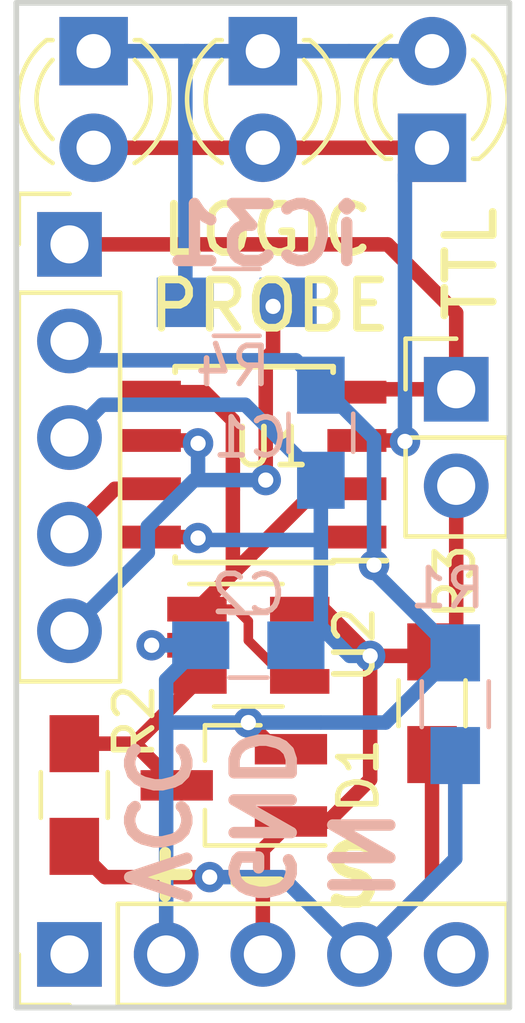
<source format=kicad_pcb>
(kicad_pcb (version 20171130) (host pcbnew "(5.0.2)-1")

  (general
    (thickness 1.6)
    (drawings 17)
    (tracks 112)
    (zones 0)
    (modules 15)
    (nets 11)
  )

  (page A4)
  (layers
    (0 F.Cu signal)
    (31 B.Cu signal)
    (32 B.Adhes user)
    (33 F.Adhes user)
    (34 B.Paste user)
    (35 F.Paste user)
    (36 B.SilkS user)
    (37 F.SilkS user)
    (38 B.Mask user)
    (39 F.Mask user)
    (40 Dwgs.User user)
    (41 Cmts.User user hide)
    (42 Eco1.User user)
    (43 Eco2.User user)
    (44 Edge.Cuts user)
    (45 Margin user)
    (46 B.CrtYd user)
    (47 F.CrtYd user hide)
    (48 B.Fab user hide)
    (49 F.Fab user hide)
  )

  (setup
    (last_trace_width 0.381)
    (user_trace_width 0.254)
    (user_trace_width 0.381)
    (user_trace_width 0.508)
    (user_trace_width 0.635)
    (user_trace_width 1.016)
    (user_trace_width 1.27)
    (trace_clearance 0.2)
    (zone_clearance 0.508)
    (zone_45_only no)
    (trace_min 0.2)
    (segment_width 0.2)
    (edge_width 0.15)
    (via_size 0.8)
    (via_drill 0.4)
    (via_min_size 0.4)
    (via_min_drill 0.3)
    (uvia_size 0.3)
    (uvia_drill 0.1)
    (uvias_allowed no)
    (uvia_min_size 0.2)
    (uvia_min_drill 0.1)
    (pcb_text_width 0.3)
    (pcb_text_size 1.5 1.5)
    (mod_edge_width 0.15)
    (mod_text_size 1 1)
    (mod_text_width 0.15)
    (pad_size 1.524 1.524)
    (pad_drill 0.762)
    (pad_to_mask_clearance 0.051)
    (solder_mask_min_width 0.25)
    (aux_axis_origin 0 0)
    (visible_elements 7FFFFFFF)
    (pcbplotparams
      (layerselection 0x010f0_ffffffff)
      (usegerberextensions true)
      (usegerberattributes false)
      (usegerberadvancedattributes false)
      (creategerberjobfile false)
      (excludeedgelayer true)
      (linewidth 0.100000)
      (plotframeref false)
      (viasonmask false)
      (mode 1)
      (useauxorigin false)
      (hpglpennumber 1)
      (hpglpenspeed 20)
      (hpglpendiameter 15.000000)
      (psnegative false)
      (psa4output false)
      (plotreference true)
      (plotvalue true)
      (plotinvisibletext false)
      (padsonsilk false)
      (subtractmaskfromsilk false)
      (outputformat 1)
      (mirror false)
      (drillshape 0)
      (scaleselection 1)
      (outputdirectory ""))
  )

  (net 0 "")
  (net 1 VCC)
  (net 2 GND)
  (net 3 "Net-(D1-Pad3)")
  (net 4 "Net-(D2-Pad2)")
  (net 5 "Net-(D2-Pad1)")
  (net 6 ICSPCLK)
  (net 7 ICSPDAT)
  (net 8 -MCLR)
  (net 9 "Net-(J1-Pad4)")
  (net 10 "Net-(U1-Pad2)")

  (net_class Default "This is the default net class."
    (clearance 0.2)
    (trace_width 0.25)
    (via_dia 0.8)
    (via_drill 0.4)
    (uvia_dia 0.3)
    (uvia_drill 0.1)
    (add_net -MCLR)
    (add_net GND)
    (add_net ICSPCLK)
    (add_net ICSPDAT)
    (add_net "Net-(D1-Pad3)")
    (add_net "Net-(D2-Pad1)")
    (add_net "Net-(D2-Pad2)")
    (add_net "Net-(J1-Pad4)")
    (add_net "Net-(U1-Pad2)")
    (add_net VCC)
  )

  (module Capacitors_SMD:C_0805_HandSoldering (layer B.Cu) (tedit 5C2C8C6C) (tstamp 5C2B7499)
    (at 135.509 100.203 90)
    (descr "Capacitor SMD 0805, hand soldering")
    (tags "capacitor 0805")
    (path /5C29F606)
    (attr smd)
    (fp_text reference C1 (at -0.127 -1.8542 180) (layer B.SilkS)
      (effects (font (size 1 1) (thickness 0.15)) (justify mirror))
    )
    (fp_text value ,1u (at 0 -1.75 90) (layer B.Fab)
      (effects (font (size 1 1) (thickness 0.15)) (justify mirror))
    )
    (fp_line (start 2.25 -0.87) (end -2.25 -0.87) (layer B.CrtYd) (width 0.05))
    (fp_line (start 2.25 -0.87) (end 2.25 0.88) (layer B.CrtYd) (width 0.05))
    (fp_line (start -2.25 0.88) (end -2.25 -0.87) (layer B.CrtYd) (width 0.05))
    (fp_line (start -2.25 0.88) (end 2.25 0.88) (layer B.CrtYd) (width 0.05))
    (fp_line (start -0.5 -0.85) (end 0.5 -0.85) (layer B.SilkS) (width 0.12))
    (fp_line (start 0.5 0.85) (end -0.5 0.85) (layer B.SilkS) (width 0.12))
    (fp_line (start -1 0.62) (end 1 0.62) (layer B.Fab) (width 0.1))
    (fp_line (start 1 0.62) (end 1 -0.62) (layer B.Fab) (width 0.1))
    (fp_line (start 1 -0.62) (end -1 -0.62) (layer B.Fab) (width 0.1))
    (fp_line (start -1 -0.62) (end -1 0.62) (layer B.Fab) (width 0.1))
    (fp_text user %R (at 0 1.75 90) (layer B.Fab)
      (effects (font (size 1 1) (thickness 0.15)) (justify mirror))
    )
    (pad 2 smd rect (at 1.25 0 90) (size 1.5 1.25) (layers B.Cu B.Paste B.Mask)
      (net 1 VCC))
    (pad 1 smd rect (at -1.25 0 90) (size 1.5 1.25) (layers B.Cu B.Paste B.Mask)
      (net 2 GND))
    (model Capacitors_SMD.3dshapes/C_0805.wrl
      (at (xyz 0 0 0))
      (scale (xyz 1 1 1))
      (rotate (xyz 0 0 0))
    )
  )

  (module Capacitors_SMD:C_0805_HandSoldering (layer B.Cu) (tedit 5C2C8C74) (tstamp 5C2B74AA)
    (at 133.604 105.791 180)
    (descr "Capacitor SMD 0805, hand soldering")
    (tags "capacitor 0805")
    (path /5C29F7D6)
    (attr smd)
    (fp_text reference C2 (at 0 1.3462) (layer B.SilkS)
      (effects (font (size 1 1) (thickness 0.15)) (justify mirror))
    )
    (fp_text value .1u (at 0 -1.75 180) (layer B.Fab)
      (effects (font (size 1 1) (thickness 0.15)) (justify mirror))
    )
    (fp_text user %R (at 0 1.75 180) (layer B.Fab)
      (effects (font (size 1 1) (thickness 0.15)) (justify mirror))
    )
    (fp_line (start -1 -0.62) (end -1 0.62) (layer B.Fab) (width 0.1))
    (fp_line (start 1 -0.62) (end -1 -0.62) (layer B.Fab) (width 0.1))
    (fp_line (start 1 0.62) (end 1 -0.62) (layer B.Fab) (width 0.1))
    (fp_line (start -1 0.62) (end 1 0.62) (layer B.Fab) (width 0.1))
    (fp_line (start 0.5 0.85) (end -0.5 0.85) (layer B.SilkS) (width 0.12))
    (fp_line (start -0.5 -0.85) (end 0.5 -0.85) (layer B.SilkS) (width 0.12))
    (fp_line (start -2.25 0.88) (end 2.25 0.88) (layer B.CrtYd) (width 0.05))
    (fp_line (start -2.25 0.88) (end -2.25 -0.87) (layer B.CrtYd) (width 0.05))
    (fp_line (start 2.25 -0.87) (end 2.25 0.88) (layer B.CrtYd) (width 0.05))
    (fp_line (start 2.25 -0.87) (end -2.25 -0.87) (layer B.CrtYd) (width 0.05))
    (pad 1 smd rect (at -1.25 0 180) (size 1.5 1.25) (layers B.Cu B.Paste B.Mask)
      (net 2 GND))
    (pad 2 smd rect (at 1.25 0 180) (size 1.5 1.25) (layers B.Cu B.Paste B.Mask)
      (net 1 VCC))
    (model Capacitors_SMD.3dshapes/C_0805.wrl
      (at (xyz 0 0 0))
      (scale (xyz 1 1 1))
      (rotate (xyz 0 0 0))
    )
  )

  (module TO_SOT_Packages_SMD:SOT-23_Handsoldering (layer F.Cu) (tedit 5C2AD2A3) (tstamp 5C2B74BF)
    (at 133.223 109.474 180)
    (descr "SOT-23, Handsoldering")
    (tags SOT-23)
    (path /5C2AA5F7)
    (attr smd)
    (fp_text reference D1 (at -3.2766 0.254 270) (layer F.SilkS)
      (effects (font (size 1 1) (thickness 0.15)))
    )
    (fp_text value BAS40-04 (at 0 2.5 180) (layer F.Fab) hide
      (effects (font (size 1 1) (thickness 0.15)))
    )
    (fp_line (start 0.76 1.58) (end -0.7 1.58) (layer F.SilkS) (width 0.12))
    (fp_line (start -0.7 1.52) (end 0.7 1.52) (layer F.Fab) (width 0.1))
    (fp_line (start 0.7 -1.52) (end 0.7 1.52) (layer F.Fab) (width 0.1))
    (fp_line (start -0.7 -0.95) (end -0.15 -1.52) (layer F.Fab) (width 0.1))
    (fp_line (start -0.15 -1.52) (end 0.7 -1.52) (layer F.Fab) (width 0.1))
    (fp_line (start -0.7 -0.95) (end -0.7 1.5) (layer F.Fab) (width 0.1))
    (fp_line (start 0.76 -1.58) (end -2.4 -1.58) (layer F.SilkS) (width 0.12))
    (fp_line (start -2.7 1.75) (end -2.7 -1.75) (layer F.CrtYd) (width 0.05))
    (fp_line (start 2.7 1.75) (end -2.7 1.75) (layer F.CrtYd) (width 0.05))
    (fp_line (start 2.7 -1.75) (end 2.7 1.75) (layer F.CrtYd) (width 0.05))
    (fp_line (start -2.7 -1.75) (end 2.7 -1.75) (layer F.CrtYd) (width 0.05))
    (fp_line (start 0.76 -1.58) (end 0.76 -0.65) (layer F.SilkS) (width 0.12))
    (fp_line (start 0.76 1.58) (end 0.76 0.65) (layer F.SilkS) (width 0.12))
    (fp_text user %R (at 0 0 270) (layer F.Fab)
      (effects (font (size 0.5 0.5) (thickness 0.075)))
    )
    (pad 3 smd rect (at 1.5 0 180) (size 1.9 0.8) (layers F.Cu F.Paste F.Mask)
      (net 3 "Net-(D1-Pad3)"))
    (pad 2 smd rect (at -1.5 0.95 180) (size 1.9 0.8) (layers F.Cu F.Paste F.Mask)
      (net 1 VCC))
    (pad 1 smd rect (at -1.5 -0.95 180) (size 1.9 0.8) (layers F.Cu F.Paste F.Mask)
      (net 2 GND))
    (model ${KISYS3DMOD}/TO_SOT_Packages_SMD.3dshapes\SOT-23.wrl
      (at (xyz 0 0 0))
      (scale (xyz 1 1 1))
      (rotate (xyz 0 0 0))
    )
  )

  (module LEDs:LED_D3.0mm (layer F.Cu) (tedit 5C2ACF19) (tstamp 5C2B74D2)
    (at 133.985 90.17 270)
    (descr "LED, diameter 3.0mm, 2 pins")
    (tags "LED diameter 3.0mm 2 pins")
    (path /5C29FBA3)
    (fp_text reference D2 (at -2.8448 0.0254 270) (layer F.SilkS) hide
      (effects (font (size 1 1) (thickness 0.15)))
    )
    (fp_text value R/G (at 1.27 2.96 270) (layer F.Fab)
      (effects (font (size 1 1) (thickness 0.15)))
    )
    (fp_line (start 3.7 -2.25) (end -1.15 -2.25) (layer F.CrtYd) (width 0.05))
    (fp_line (start 3.7 2.25) (end 3.7 -2.25) (layer F.CrtYd) (width 0.05))
    (fp_line (start -1.15 2.25) (end 3.7 2.25) (layer F.CrtYd) (width 0.05))
    (fp_line (start -1.15 -2.25) (end -1.15 2.25) (layer F.CrtYd) (width 0.05))
    (fp_line (start -0.29 1.08) (end -0.29 1.236) (layer F.SilkS) (width 0.12))
    (fp_line (start -0.29 -1.236) (end -0.29 -1.08) (layer F.SilkS) (width 0.12))
    (fp_line (start -0.23 -1.16619) (end -0.23 1.16619) (layer F.Fab) (width 0.1))
    (fp_circle (center 1.27 0) (end 2.77 0) (layer F.Fab) (width 0.1))
    (fp_arc (start 1.27 0) (end 0.229039 1.08) (angle -87.9) (layer F.SilkS) (width 0.12))
    (fp_arc (start 1.27 0) (end 0.229039 -1.08) (angle 87.9) (layer F.SilkS) (width 0.12))
    (fp_arc (start 1.27 0) (end -0.29 1.235516) (angle -108.8) (layer F.SilkS) (width 0.12))
    (fp_arc (start 1.27 0) (end -0.29 -1.235516) (angle 108.8) (layer F.SilkS) (width 0.12))
    (fp_arc (start 1.27 0) (end -0.23 -1.16619) (angle 284.3) (layer F.Fab) (width 0.1))
    (pad 2 thru_hole circle (at 2.54 0 270) (size 1.8 1.8) (drill 0.9) (layers *.Cu *.Mask)
      (net 4 "Net-(D2-Pad2)"))
    (pad 1 thru_hole rect (at 0 0 270) (size 1.8 1.8) (drill 0.9) (layers *.Cu *.Mask)
      (net 5 "Net-(D2-Pad1)"))
    (model ${KISYS3DMOD}/LEDs.3dshapes/LED_D3.0mm.wrl
      (at (xyz 0 0 0))
      (scale (xyz 0.393701 0.393701 0.393701))
      (rotate (xyz 0 0 0))
    )
  )

  (module LEDs:LED_D3.0mm (layer F.Cu) (tedit 5C2ACF16) (tstamp 5C2B74E5)
    (at 129.54 90.17 270)
    (descr "LED, diameter 3.0mm, 2 pins")
    (tags "LED diameter 3.0mm 2 pins")
    (path /5C2AB05D)
    (fp_text reference D3 (at -2.8448 -0.2032 270) (layer F.SilkS) hide
      (effects (font (size 1 1) (thickness 0.15)))
    )
    (fp_text value LED (at 1.27 2.96 270) (layer F.Fab)
      (effects (font (size 1 1) (thickness 0.15)))
    )
    (fp_arc (start 1.27 0) (end -0.23 -1.16619) (angle 284.3) (layer F.Fab) (width 0.1))
    (fp_arc (start 1.27 0) (end -0.29 -1.235516) (angle 108.8) (layer F.SilkS) (width 0.12))
    (fp_arc (start 1.27 0) (end -0.29 1.235516) (angle -108.8) (layer F.SilkS) (width 0.12))
    (fp_arc (start 1.27 0) (end 0.229039 -1.08) (angle 87.9) (layer F.SilkS) (width 0.12))
    (fp_arc (start 1.27 0) (end 0.229039 1.08) (angle -87.9) (layer F.SilkS) (width 0.12))
    (fp_circle (center 1.27 0) (end 2.77 0) (layer F.Fab) (width 0.1))
    (fp_line (start -0.23 -1.16619) (end -0.23 1.16619) (layer F.Fab) (width 0.1))
    (fp_line (start -0.29 -1.236) (end -0.29 -1.08) (layer F.SilkS) (width 0.12))
    (fp_line (start -0.29 1.08) (end -0.29 1.236) (layer F.SilkS) (width 0.12))
    (fp_line (start -1.15 -2.25) (end -1.15 2.25) (layer F.CrtYd) (width 0.05))
    (fp_line (start -1.15 2.25) (end 3.7 2.25) (layer F.CrtYd) (width 0.05))
    (fp_line (start 3.7 2.25) (end 3.7 -2.25) (layer F.CrtYd) (width 0.05))
    (fp_line (start 3.7 -2.25) (end -1.15 -2.25) (layer F.CrtYd) (width 0.05))
    (pad 1 thru_hole rect (at 0 0 270) (size 1.8 1.8) (drill 0.9) (layers *.Cu *.Mask)
      (net 5 "Net-(D2-Pad1)"))
    (pad 2 thru_hole circle (at 2.54 0 270) (size 1.8 1.8) (drill 0.9) (layers *.Cu *.Mask)
      (net 4 "Net-(D2-Pad2)"))
    (model ${KISYS3DMOD}/LEDs.3dshapes/LED_D3.0mm.wrl
      (at (xyz 0 0 0))
      (scale (xyz 0.393701 0.393701 0.393701))
      (rotate (xyz 0 0 0))
    )
  )

  (module LEDs:LED_D3.0mm (layer F.Cu) (tedit 5C2ACF1C) (tstamp 5C2B74F8)
    (at 138.43 92.71 90)
    (descr "LED, diameter 3.0mm, 2 pins")
    (tags "LED diameter 3.0mm 2 pins")
    (path /5C2AB114)
    (fp_text reference D4 (at 5.2832 0.0508 90) (layer F.SilkS) hide
      (effects (font (size 1 1) (thickness 0.15)))
    )
    (fp_text value LED (at 1.27 2.96 90) (layer F.Fab)
      (effects (font (size 1 1) (thickness 0.15)))
    )
    (fp_line (start 3.7 -2.25) (end -1.15 -2.25) (layer F.CrtYd) (width 0.05))
    (fp_line (start 3.7 2.25) (end 3.7 -2.25) (layer F.CrtYd) (width 0.05))
    (fp_line (start -1.15 2.25) (end 3.7 2.25) (layer F.CrtYd) (width 0.05))
    (fp_line (start -1.15 -2.25) (end -1.15 2.25) (layer F.CrtYd) (width 0.05))
    (fp_line (start -0.29 1.08) (end -0.29 1.236) (layer F.SilkS) (width 0.12))
    (fp_line (start -0.29 -1.236) (end -0.29 -1.08) (layer F.SilkS) (width 0.12))
    (fp_line (start -0.23 -1.16619) (end -0.23 1.16619) (layer F.Fab) (width 0.1))
    (fp_circle (center 1.27 0) (end 2.77 0) (layer F.Fab) (width 0.1))
    (fp_arc (start 1.27 0) (end 0.229039 1.08) (angle -87.9) (layer F.SilkS) (width 0.12))
    (fp_arc (start 1.27 0) (end 0.229039 -1.08) (angle 87.9) (layer F.SilkS) (width 0.12))
    (fp_arc (start 1.27 0) (end -0.29 1.235516) (angle -108.8) (layer F.SilkS) (width 0.12))
    (fp_arc (start 1.27 0) (end -0.29 -1.235516) (angle 108.8) (layer F.SilkS) (width 0.12))
    (fp_arc (start 1.27 0) (end -0.23 -1.16619) (angle 284.3) (layer F.Fab) (width 0.1))
    (pad 2 thru_hole circle (at 2.54 0 90) (size 1.8 1.8) (drill 0.9) (layers *.Cu *.Mask)
      (net 5 "Net-(D2-Pad1)"))
    (pad 1 thru_hole rect (at 0 0 90) (size 1.8 1.8) (drill 0.9) (layers *.Cu *.Mask)
      (net 4 "Net-(D2-Pad2)"))
    (model ${KISYS3DMOD}/LEDs.3dshapes/LED_D3.0mm.wrl
      (at (xyz 0 0 0))
      (scale (xyz 0.393701 0.393701 0.393701))
      (rotate (xyz 0 0 0))
    )
  )

  (module Pin_Headers:Pin_Header_Straight_1x05_Pitch2.54mm (layer F.Cu) (tedit 5C2ACEEE) (tstamp 5C2B7528)
    (at 128.905 95.25)
    (descr "Through hole straight pin header, 1x05, 2.54mm pitch, single row")
    (tags "Through hole pin header THT 1x05 2.54mm single row")
    (path /5C26D669)
    (fp_text reference J2 (at -2.667 5.1816) (layer F.SilkS) hide
      (effects (font (size 1 1) (thickness 0.15)))
    )
    (fp_text value ICSP (at 0 12.49) (layer F.Fab)
      (effects (font (size 1 1) (thickness 0.15)))
    )
    (fp_text user %R (at 0 5.08 90) (layer F.Fab)
      (effects (font (size 1 1) (thickness 0.15)))
    )
    (fp_line (start 1.8 -1.8) (end -1.8 -1.8) (layer F.CrtYd) (width 0.05))
    (fp_line (start 1.8 11.95) (end 1.8 -1.8) (layer F.CrtYd) (width 0.05))
    (fp_line (start -1.8 11.95) (end 1.8 11.95) (layer F.CrtYd) (width 0.05))
    (fp_line (start -1.8 -1.8) (end -1.8 11.95) (layer F.CrtYd) (width 0.05))
    (fp_line (start -1.33 -1.33) (end 0 -1.33) (layer F.SilkS) (width 0.12))
    (fp_line (start -1.33 0) (end -1.33 -1.33) (layer F.SilkS) (width 0.12))
    (fp_line (start -1.33 1.27) (end 1.33 1.27) (layer F.SilkS) (width 0.12))
    (fp_line (start 1.33 1.27) (end 1.33 11.49) (layer F.SilkS) (width 0.12))
    (fp_line (start -1.33 1.27) (end -1.33 11.49) (layer F.SilkS) (width 0.12))
    (fp_line (start -1.33 11.49) (end 1.33 11.49) (layer F.SilkS) (width 0.12))
    (fp_line (start -1.27 -0.635) (end -0.635 -1.27) (layer F.Fab) (width 0.1))
    (fp_line (start -1.27 11.43) (end -1.27 -0.635) (layer F.Fab) (width 0.1))
    (fp_line (start 1.27 11.43) (end -1.27 11.43) (layer F.Fab) (width 0.1))
    (fp_line (start 1.27 -1.27) (end 1.27 11.43) (layer F.Fab) (width 0.1))
    (fp_line (start -0.635 -1.27) (end 1.27 -1.27) (layer F.Fab) (width 0.1))
    (pad 5 thru_hole oval (at 0 10.16) (size 1.7 1.7) (drill 1) (layers *.Cu *.Mask)
      (net 6 ICSPCLK))
    (pad 4 thru_hole oval (at 0 7.62) (size 1.7 1.7) (drill 1) (layers *.Cu *.Mask)
      (net 7 ICSPDAT))
    (pad 3 thru_hole oval (at 0 5.08) (size 1.7 1.7) (drill 1) (layers *.Cu *.Mask)
      (net 2 GND))
    (pad 2 thru_hole oval (at 0 2.54) (size 1.7 1.7) (drill 1) (layers *.Cu *.Mask)
      (net 1 VCC))
    (pad 1 thru_hole rect (at 0 0) (size 1.7 1.7) (drill 1) (layers *.Cu *.Mask)
      (net 8 -MCLR))
    (model ${KISYS3DMOD}/Pin_Headers.3dshapes/Pin_Header_Straight_1x05_Pitch2.54mm.wrl
      (at (xyz 0 0 0))
      (scale (xyz 1 1 1))
      (rotate (xyz 0 0 0))
    )
  )

  (module Resistors_SMD:R_0805_HandSoldering (layer B.Cu) (tedit 5C2C8C70) (tstamp 5C2B7539)
    (at 139.0396 107.3404 90)
    (descr "Resistor SMD 0805, hand soldering")
    (tags "resistor 0805")
    (path /5C2A5A0E)
    (attr smd)
    (fp_text reference R1 (at 3.048 -0.2032 180) (layer B.SilkS)
      (effects (font (size 1 1) (thickness 0.15)) (justify mirror))
    )
    (fp_text value 10M (at 0 -1.75 90) (layer B.Fab)
      (effects (font (size 1 1) (thickness 0.15)) (justify mirror))
    )
    (fp_line (start 2.35 -0.9) (end -2.35 -0.9) (layer B.CrtYd) (width 0.05))
    (fp_line (start 2.35 -0.9) (end 2.35 0.9) (layer B.CrtYd) (width 0.05))
    (fp_line (start -2.35 0.9) (end -2.35 -0.9) (layer B.CrtYd) (width 0.05))
    (fp_line (start -2.35 0.9) (end 2.35 0.9) (layer B.CrtYd) (width 0.05))
    (fp_line (start -0.6 0.88) (end 0.6 0.88) (layer B.SilkS) (width 0.12))
    (fp_line (start 0.6 -0.88) (end -0.6 -0.88) (layer B.SilkS) (width 0.12))
    (fp_line (start -1 0.62) (end 1 0.62) (layer B.Fab) (width 0.1))
    (fp_line (start 1 0.62) (end 1 -0.62) (layer B.Fab) (width 0.1))
    (fp_line (start 1 -0.62) (end -1 -0.62) (layer B.Fab) (width 0.1))
    (fp_line (start -1 -0.62) (end -1 0.62) (layer B.Fab) (width 0.1))
    (fp_text user %R (at 0 0 90) (layer B.Fab)
      (effects (font (size 0.5 0.5) (thickness 0.075)) (justify mirror))
    )
    (pad 2 smd rect (at 1.35 0 90) (size 1.5 1.3) (layers B.Cu B.Paste B.Mask)
      (net 1 VCC))
    (pad 1 smd rect (at -1.35 0 90) (size 1.5 1.3) (layers B.Cu B.Paste B.Mask)
      (net 9 "Net-(J1-Pad4)"))
    (model ${KISYS3DMOD}/Resistors_SMD.3dshapes/R_0805.wrl
      (at (xyz 0 0 0))
      (scale (xyz 1 1 1))
      (rotate (xyz 0 0 0))
    )
  )

  (module Resistors_SMD:R_0805_HandSoldering (layer F.Cu) (tedit 5C2ACE5F) (tstamp 5C2B754A)
    (at 129.032 109.728 270)
    (descr "Resistor SMD 0805, hand soldering")
    (tags "resistor 0805")
    (path /5C29EE21)
    (attr smd)
    (fp_text reference R2 (at -1.9304 -1.5748 270) (layer F.SilkS)
      (effects (font (size 1 1) (thickness 0.15)))
    )
    (fp_text value 5K (at 0 1.75 270) (layer F.Fab)
      (effects (font (size 1 1) (thickness 0.15)))
    )
    (fp_line (start 2.35 0.9) (end -2.35 0.9) (layer F.CrtYd) (width 0.05))
    (fp_line (start 2.35 0.9) (end 2.35 -0.9) (layer F.CrtYd) (width 0.05))
    (fp_line (start -2.35 -0.9) (end -2.35 0.9) (layer F.CrtYd) (width 0.05))
    (fp_line (start -2.35 -0.9) (end 2.35 -0.9) (layer F.CrtYd) (width 0.05))
    (fp_line (start -0.6 -0.88) (end 0.6 -0.88) (layer F.SilkS) (width 0.12))
    (fp_line (start 0.6 0.88) (end -0.6 0.88) (layer F.SilkS) (width 0.12))
    (fp_line (start -1 -0.62) (end 1 -0.62) (layer F.Fab) (width 0.1))
    (fp_line (start 1 -0.62) (end 1 0.62) (layer F.Fab) (width 0.1))
    (fp_line (start 1 0.62) (end -1 0.62) (layer F.Fab) (width 0.1))
    (fp_line (start -1 0.62) (end -1 -0.62) (layer F.Fab) (width 0.1))
    (fp_text user %R (at 0 0 270) (layer F.Fab)
      (effects (font (size 0.5 0.5) (thickness 0.075)))
    )
    (pad 2 smd rect (at 1.35 0 270) (size 1.5 1.3) (layers F.Cu F.Paste F.Mask)
      (net 9 "Net-(J1-Pad4)"))
    (pad 1 smd rect (at -1.35 0 270) (size 1.5 1.3) (layers F.Cu F.Paste F.Mask)
      (net 3 "Net-(D1-Pad3)"))
    (model ${KISYS3DMOD}/Resistors_SMD.3dshapes/R_0805.wrl
      (at (xyz 0 0 0))
      (scale (xyz 1 1 1))
      (rotate (xyz 0 0 0))
    )
  )

  (module Resistors_SMD:R_0805_HandSoldering (layer F.Cu) (tedit 5C2C8CB0) (tstamp 5C2B755B)
    (at 138.43 107.315 270)
    (descr "Resistor SMD 0805, hand soldering")
    (tags "resistor 0805")
    (path /5C2A5B45)
    (attr smd)
    (fp_text reference R3 (at -3.19532 -0.60452 270) (layer F.SilkS)
      (effects (font (size 1 1) (thickness 0.15)))
    )
    (fp_text value 10M (at 0 1.75 270) (layer F.Fab)
      (effects (font (size 1 1) (thickness 0.15)))
    )
    (fp_text user %R (at 0 0 270) (layer F.Fab)
      (effects (font (size 0.5 0.5) (thickness 0.075)))
    )
    (fp_line (start -1 0.62) (end -1 -0.62) (layer F.Fab) (width 0.1))
    (fp_line (start 1 0.62) (end -1 0.62) (layer F.Fab) (width 0.1))
    (fp_line (start 1 -0.62) (end 1 0.62) (layer F.Fab) (width 0.1))
    (fp_line (start -1 -0.62) (end 1 -0.62) (layer F.Fab) (width 0.1))
    (fp_line (start 0.6 0.88) (end -0.6 0.88) (layer F.SilkS) (width 0.12))
    (fp_line (start -0.6 -0.88) (end 0.6 -0.88) (layer F.SilkS) (width 0.12))
    (fp_line (start -2.35 -0.9) (end 2.35 -0.9) (layer F.CrtYd) (width 0.05))
    (fp_line (start -2.35 -0.9) (end -2.35 0.9) (layer F.CrtYd) (width 0.05))
    (fp_line (start 2.35 0.9) (end 2.35 -0.9) (layer F.CrtYd) (width 0.05))
    (fp_line (start 2.35 0.9) (end -2.35 0.9) (layer F.CrtYd) (width 0.05))
    (pad 1 smd rect (at -1.35 0 270) (size 1.5 1.3) (layers F.Cu F.Paste F.Mask)
      (net 2 GND))
    (pad 2 smd rect (at 1.35 0 270) (size 1.5 1.3) (layers F.Cu F.Paste F.Mask)
      (net 9 "Net-(J1-Pad4)"))
    (model ${KISYS3DMOD}/Resistors_SMD.3dshapes/R_0805.wrl
      (at (xyz 0 0 0))
      (scale (xyz 1 1 1))
      (rotate (xyz 0 0 0))
    )
  )

  (module Resistors_SMD:R_0805_HandSoldering (layer B.Cu) (tedit 5C2C8C66) (tstamp 5C2B756C)
    (at 133.2992 96.774)
    (descr "Resistor SMD 0805, hand soldering")
    (tags "resistor 0805")
    (path /5C29FDFB)
    (attr smd)
    (fp_text reference R4 (at -0.1016 1.6764 180) (layer B.SilkS)
      (effects (font (size 1 1) (thickness 0.15)) (justify mirror))
    )
    (fp_text value 220 (at 0 -1.75) (layer B.Fab)
      (effects (font (size 1 1) (thickness 0.15)) (justify mirror))
    )
    (fp_text user %R (at 0 0) (layer B.Fab)
      (effects (font (size 0.5 0.5) (thickness 0.075)) (justify mirror))
    )
    (fp_line (start -1 -0.62) (end -1 0.62) (layer B.Fab) (width 0.1))
    (fp_line (start 1 -0.62) (end -1 -0.62) (layer B.Fab) (width 0.1))
    (fp_line (start 1 0.62) (end 1 -0.62) (layer B.Fab) (width 0.1))
    (fp_line (start -1 0.62) (end 1 0.62) (layer B.Fab) (width 0.1))
    (fp_line (start 0.6 -0.88) (end -0.6 -0.88) (layer B.SilkS) (width 0.12))
    (fp_line (start -0.6 0.88) (end 0.6 0.88) (layer B.SilkS) (width 0.12))
    (fp_line (start -2.35 0.9) (end 2.35 0.9) (layer B.CrtYd) (width 0.05))
    (fp_line (start -2.35 0.9) (end -2.35 -0.9) (layer B.CrtYd) (width 0.05))
    (fp_line (start 2.35 -0.9) (end 2.35 0.9) (layer B.CrtYd) (width 0.05))
    (fp_line (start 2.35 -0.9) (end -2.35 -0.9) (layer B.CrtYd) (width 0.05))
    (pad 1 smd rect (at -1.35 0) (size 1.5 1.3) (layers B.Cu B.Paste B.Mask)
      (net 5 "Net-(D2-Pad1)"))
    (pad 2 smd rect (at 1.35 0) (size 1.5 1.3) (layers B.Cu B.Paste B.Mask)
      (net 6 ICSPCLK))
    (model ${KISYS3DMOD}/Resistors_SMD.3dshapes/R_0805.wrl
      (at (xyz 0 0 0))
      (scale (xyz 1 1 1))
      (rotate (xyz 0 0 0))
    )
  )

  (module Housings_SOIC:SOIC-8_3.9x4.9mm_Pitch1.27mm (layer F.Cu) (tedit 5C2C8CCF) (tstamp 5C2B7596)
    (at 133.7564 101.0412 180)
    (descr "8-Lead Plastic Small Outline (SN) - Narrow, 3.90 mm Body [SOIC] (see Microchip Packaging Specification 00000049BS.pdf)")
    (tags "SOIC 1.27")
    (path /5C29E57B)
    (attr smd)
    (fp_text reference U1 (at -0.44704 0.4572 180) (layer F.SilkS)
      (effects (font (size 1 1) (thickness 0.15)))
    )
    (fp_text value PIC12F1822 (at 0 3.5 180) (layer F.Fab)
      (effects (font (size 1 1) (thickness 0.15)))
    )
    (fp_line (start -2.075 -2.525) (end -3.475 -2.525) (layer F.SilkS) (width 0.15))
    (fp_line (start -2.075 2.575) (end 2.075 2.575) (layer F.SilkS) (width 0.15))
    (fp_line (start -2.075 -2.575) (end 2.075 -2.575) (layer F.SilkS) (width 0.15))
    (fp_line (start -2.075 2.575) (end -2.075 2.43) (layer F.SilkS) (width 0.15))
    (fp_line (start 2.075 2.575) (end 2.075 2.43) (layer F.SilkS) (width 0.15))
    (fp_line (start 2.075 -2.575) (end 2.075 -2.43) (layer F.SilkS) (width 0.15))
    (fp_line (start -2.075 -2.575) (end -2.075 -2.525) (layer F.SilkS) (width 0.15))
    (fp_line (start -3.73 2.7) (end 3.73 2.7) (layer F.CrtYd) (width 0.05))
    (fp_line (start -3.73 -2.7) (end 3.73 -2.7) (layer F.CrtYd) (width 0.05))
    (fp_line (start 3.73 -2.7) (end 3.73 2.7) (layer F.CrtYd) (width 0.05))
    (fp_line (start -3.73 -2.7) (end -3.73 2.7) (layer F.CrtYd) (width 0.05))
    (fp_line (start -1.95 -1.45) (end -0.95 -2.45) (layer F.Fab) (width 0.1))
    (fp_line (start -1.95 2.45) (end -1.95 -1.45) (layer F.Fab) (width 0.1))
    (fp_line (start 1.95 2.45) (end -1.95 2.45) (layer F.Fab) (width 0.1))
    (fp_line (start 1.95 -2.45) (end 1.95 2.45) (layer F.Fab) (width 0.1))
    (fp_line (start -0.95 -2.45) (end 1.95 -2.45) (layer F.Fab) (width 0.1))
    (fp_text user %R (at 0 0 180) (layer F.Fab)
      (effects (font (size 1 1) (thickness 0.15)))
    )
    (pad 8 smd rect (at 2.7 -1.905 180) (size 1.55 0.6) (layers F.Cu F.Paste F.Mask)
      (net 2 GND))
    (pad 7 smd rect (at 2.7 -0.635 180) (size 1.55 0.6) (layers F.Cu F.Paste F.Mask)
      (net 7 ICSPDAT))
    (pad 6 smd rect (at 2.7 0.635 180) (size 1.55 0.6) (layers F.Cu F.Paste F.Mask)
      (net 6 ICSPCLK))
    (pad 5 smd rect (at 2.7 1.905 180) (size 1.55 0.6) (layers F.Cu F.Paste F.Mask)
      (net 10 "Net-(U1-Pad2)"))
    (pad 4 smd rect (at -2.7 1.905 180) (size 1.55 0.6) (layers F.Cu F.Paste F.Mask)
      (net 8 -MCLR))
    (pad 3 smd rect (at -2.7 0.635 180) (size 1.55 0.6) (layers F.Cu F.Paste F.Mask)
      (net 4 "Net-(D2-Pad2)"))
    (pad 2 smd rect (at -2.7 -0.635 180) (size 1.55 0.6) (layers F.Cu F.Paste F.Mask)
      (net 10 "Net-(U1-Pad2)"))
    (pad 1 smd rect (at -2.7 -1.905 180) (size 1.55 0.6) (layers F.Cu F.Paste F.Mask)
      (net 1 VCC))
    (model ${KISYS3DMOD}/Housings_SOIC.3dshapes/SOIC-8_3.9x4.9mm_Pitch1.27mm.wrl
      (at (xyz 0 0 0))
      (scale (xyz 1 1 1))
      (rotate (xyz 0 0 0))
    )
  )

  (module TO_SOT_Packages_SMD:SOT-23-5_HandSoldering (layer F.Cu) (tedit 5C2C8CB6) (tstamp 5C2B75AB)
    (at 133.604 105.791)
    (descr "5-pin SOT23 package")
    (tags "SOT-23-5 hand-soldering")
    (path /5C29E6C3)
    (attr smd)
    (fp_text reference U2 (at 2.78892 -0.01016 90) (layer F.SilkS)
      (effects (font (size 1 1) (thickness 0.15)))
    )
    (fp_text value MCP6L91R (at 0 2.9) (layer F.Fab)
      (effects (font (size 1 1) (thickness 0.15)))
    )
    (fp_line (start 2.38 1.8) (end -2.38 1.8) (layer F.CrtYd) (width 0.05))
    (fp_line (start 2.38 1.8) (end 2.38 -1.8) (layer F.CrtYd) (width 0.05))
    (fp_line (start -2.38 -1.8) (end -2.38 1.8) (layer F.CrtYd) (width 0.05))
    (fp_line (start -2.38 -1.8) (end 2.38 -1.8) (layer F.CrtYd) (width 0.05))
    (fp_line (start 0.9 -1.55) (end 0.9 1.55) (layer F.Fab) (width 0.1))
    (fp_line (start 0.9 1.55) (end -0.9 1.55) (layer F.Fab) (width 0.1))
    (fp_line (start -0.9 -0.9) (end -0.9 1.55) (layer F.Fab) (width 0.1))
    (fp_line (start 0.9 -1.55) (end -0.25 -1.55) (layer F.Fab) (width 0.1))
    (fp_line (start -0.9 -0.9) (end -0.25 -1.55) (layer F.Fab) (width 0.1))
    (fp_line (start 0.9 -1.61) (end -1.55 -1.61) (layer F.SilkS) (width 0.12))
    (fp_line (start -0.9 1.61) (end 0.9 1.61) (layer F.SilkS) (width 0.12))
    (fp_text user %R (at 0 0 90) (layer F.Fab)
      (effects (font (size 0.5 0.5) (thickness 0.075)))
    )
    (pad 5 smd rect (at 1.35 -0.95) (size 1.56 0.65) (layers F.Cu F.Paste F.Mask)
      (net 2 GND))
    (pad 4 smd rect (at 1.35 0.95) (size 1.56 0.65) (layers F.Cu F.Paste F.Mask)
      (net 10 "Net-(U1-Pad2)"))
    (pad 3 smd rect (at -1.35 0.95) (size 1.56 0.65) (layers F.Cu F.Paste F.Mask)
      (net 3 "Net-(D1-Pad3)"))
    (pad 2 smd rect (at -1.35 0) (size 1.56 0.65) (layers F.Cu F.Paste F.Mask)
      (net 1 VCC))
    (pad 1 smd rect (at -1.35 -0.95) (size 1.56 0.65) (layers F.Cu F.Paste F.Mask)
      (net 10 "Net-(U1-Pad2)"))
    (model ${KISYS3DMOD}/TO_SOT_Packages_SMD.3dshapes\SOT-23-5.wrl
      (at (xyz 0 0 0))
      (scale (xyz 1 1 1))
      (rotate (xyz 0 0 0))
    )
  )

  (module Pin_Headers:Pin_Header_Straight_1x05_Pitch2.54mm (layer F.Cu) (tedit 5C2ACED7) (tstamp 5C2AF1DC)
    (at 128.905 113.919 90)
    (descr "Through hole straight pin header, 1x05, 2.54mm pitch, single row")
    (tags "Through hole pin header THT 1x05 2.54mm single row")
    (path /5C2ACAFD)
    (fp_text reference J1 (at -2.2098 4.9022 180) (layer F.SilkS) hide
      (effects (font (size 1 1) (thickness 0.15)))
    )
    (fp_text value Conn_01x05 (at 0 12.49 90) (layer F.Fab)
      (effects (font (size 1 1) (thickness 0.15)))
    )
    (fp_text user %R (at 0 5.08 180) (layer F.Fab)
      (effects (font (size 1 1) (thickness 0.15)))
    )
    (fp_line (start 1.8 -1.8) (end -1.8 -1.8) (layer F.CrtYd) (width 0.05))
    (fp_line (start 1.8 11.95) (end 1.8 -1.8) (layer F.CrtYd) (width 0.05))
    (fp_line (start -1.8 11.95) (end 1.8 11.95) (layer F.CrtYd) (width 0.05))
    (fp_line (start -1.8 -1.8) (end -1.8 11.95) (layer F.CrtYd) (width 0.05))
    (fp_line (start -1.33 -1.33) (end 0 -1.33) (layer F.SilkS) (width 0.12))
    (fp_line (start -1.33 0) (end -1.33 -1.33) (layer F.SilkS) (width 0.12))
    (fp_line (start -1.33 1.27) (end 1.33 1.27) (layer F.SilkS) (width 0.12))
    (fp_line (start 1.33 1.27) (end 1.33 11.49) (layer F.SilkS) (width 0.12))
    (fp_line (start -1.33 1.27) (end -1.33 11.49) (layer F.SilkS) (width 0.12))
    (fp_line (start -1.33 11.49) (end 1.33 11.49) (layer F.SilkS) (width 0.12))
    (fp_line (start -1.27 -0.635) (end -0.635 -1.27) (layer F.Fab) (width 0.1))
    (fp_line (start -1.27 11.43) (end -1.27 -0.635) (layer F.Fab) (width 0.1))
    (fp_line (start 1.27 11.43) (end -1.27 11.43) (layer F.Fab) (width 0.1))
    (fp_line (start 1.27 -1.27) (end 1.27 11.43) (layer F.Fab) (width 0.1))
    (fp_line (start -0.635 -1.27) (end 1.27 -1.27) (layer F.Fab) (width 0.1))
    (pad 5 thru_hole oval (at 0 10.16 90) (size 1.7 1.7) (drill 1) (layers *.Cu *.Mask))
    (pad 4 thru_hole oval (at 0 7.62 90) (size 1.7 1.7) (drill 1) (layers *.Cu *.Mask)
      (net 9 "Net-(J1-Pad4)"))
    (pad 3 thru_hole oval (at 0 5.08 90) (size 1.7 1.7) (drill 1) (layers *.Cu *.Mask)
      (net 2 GND))
    (pad 2 thru_hole oval (at 0 2.54 90) (size 1.7 1.7) (drill 1) (layers *.Cu *.Mask)
      (net 1 VCC))
    (pad 1 thru_hole rect (at 0 0 90) (size 1.7 1.7) (drill 1) (layers *.Cu *.Mask))
    (model ${KISYS3DMOD}/Pin_Headers.3dshapes/Pin_Header_Straight_1x05_Pitch2.54mm.wrl
      (at (xyz 0 0 0))
      (scale (xyz 1 1 1))
      (rotate (xyz 0 0 0))
    )
  )

  (module Pin_Headers:Pin_Header_Straight_1x02_Pitch2.54mm (layer F.Cu) (tedit 5C2ACED4) (tstamp 5C2AF1F2)
    (at 139.065 99.06)
    (descr "Through hole straight pin header, 1x02, 2.54mm pitch, single row")
    (tags "Through hole pin header THT 1x02 2.54mm single row")
    (path /5C2AC8CD)
    (fp_text reference J3 (at 2.4638 1.3208) (layer F.SilkS) hide
      (effects (font (size 1 1) (thickness 0.15)))
    )
    (fp_text value Conn_01x02 (at 0 4.87) (layer F.Fab)
      (effects (font (size 1 1) (thickness 0.15)))
    )
    (fp_text user %R (at 0 1.27 90) (layer F.Fab)
      (effects (font (size 1 1) (thickness 0.15)))
    )
    (fp_line (start 1.8 -1.8) (end -1.8 -1.8) (layer F.CrtYd) (width 0.05))
    (fp_line (start 1.8 4.35) (end 1.8 -1.8) (layer F.CrtYd) (width 0.05))
    (fp_line (start -1.8 4.35) (end 1.8 4.35) (layer F.CrtYd) (width 0.05))
    (fp_line (start -1.8 -1.8) (end -1.8 4.35) (layer F.CrtYd) (width 0.05))
    (fp_line (start -1.33 -1.33) (end 0 -1.33) (layer F.SilkS) (width 0.12))
    (fp_line (start -1.33 0) (end -1.33 -1.33) (layer F.SilkS) (width 0.12))
    (fp_line (start -1.33 1.27) (end 1.33 1.27) (layer F.SilkS) (width 0.12))
    (fp_line (start 1.33 1.27) (end 1.33 3.87) (layer F.SilkS) (width 0.12))
    (fp_line (start -1.33 1.27) (end -1.33 3.87) (layer F.SilkS) (width 0.12))
    (fp_line (start -1.33 3.87) (end 1.33 3.87) (layer F.SilkS) (width 0.12))
    (fp_line (start -1.27 -0.635) (end -0.635 -1.27) (layer F.Fab) (width 0.1))
    (fp_line (start -1.27 3.81) (end -1.27 -0.635) (layer F.Fab) (width 0.1))
    (fp_line (start 1.27 3.81) (end -1.27 3.81) (layer F.Fab) (width 0.1))
    (fp_line (start 1.27 -1.27) (end 1.27 3.81) (layer F.Fab) (width 0.1))
    (fp_line (start -0.635 -1.27) (end 1.27 -1.27) (layer F.Fab) (width 0.1))
    (pad 2 thru_hole oval (at 0 2.54) (size 1.7 1.7) (drill 1) (layers *.Cu *.Mask)
      (net 2 GND))
    (pad 1 thru_hole rect (at 0 0) (size 1.7 1.7) (drill 1) (layers *.Cu *.Mask)
      (net 8 -MCLR))
    (model ${KISYS3DMOD}/Pin_Headers.3dshapes/Pin_Header_Straight_1x02_Pitch2.54mm.wrl
      (at (xyz 0 0 0))
      (scale (xyz 1 1 1))
      (rotate (xyz 0 0 0))
    )
  )

  (gr_text PROBE (at 134.1628 96.86544) (layer F.SilkS) (tstamp 5C2C8C42)
    (effects (font (size 1.27 1.27) (thickness 0.2032)))
  )
  (gr_text LOGIC (at 134.09676 94.87408) (layer F.SilkS) (tstamp 5C2B075B)
    (effects (font (size 1.27 1.27) (thickness 0.2032)))
  )
  (gr_text iC31 (at 134.0104 94.996) (layer B.SilkS)
    (effects (font (size 1.5 1.5) (thickness 0.3)) (justify mirror))
  )
  (gr_text S (at 136.3472 111.8616) (layer F.SilkS)
    (effects (font (size 1.5 1.5) (thickness 0.3)))
  )
  (gr_text - (at 133.858 111.9124) (layer F.SilkS)
    (effects (font (size 1.5 1.5) (thickness 0.3)))
  )
  (gr_text + (at 131.4196 111.7092) (layer F.SilkS)
    (effects (font (size 1.5 1.5) (thickness 0.3)))
  )
  (gr_text IN (at 136.4996 111.3028 270) (layer B.SilkS)
    (effects (font (size 1.5 1.5) (thickness 0.3)) (justify mirror))
  )
  (gr_text VCC (at 131.1656 110.3884 270) (layer B.SilkS)
    (effects (font (size 1.5 1.5) (thickness 0.3)) (justify mirror))
  )
  (gr_text GND (at 133.9088 110.2868 270) (layer B.SilkS)
    (effects (font (size 1.5 1.5) (thickness 0.3)) (justify mirror))
  )
  (gr_text TTL (at 139.446 95.758 90) (layer F.SilkS)
    (effects (font (size 1.27 1.27) (thickness 0.2032)))
  )
  (gr_line (start 140.462 88.9) (end 127.508 88.9) (angle 90) (layer Edge.Cuts) (width 0.15))
  (gr_line (start 140.462 115.316) (end 140.462 88.9) (angle 90) (layer Edge.Cuts) (width 0.15))
  (gr_line (start 127.508 115.316) (end 127.508 88.9) (angle 90) (layer Edge.Cuts) (width 0.15))
  (gr_line (start 140.462 115.316) (end 127.508 115.316) (angle 90) (layer Edge.Cuts) (width 0.15))
  (gr_line (start 139.065 114.935) (end 139.065 85.09) (angle 90) (layer Cmts.User) (width 0.2))
  (gr_line (start 128.905 114.935) (end 128.905 85.09) (angle 90) (layer Cmts.User) (width 0.2))
  (gr_line (start 133.985 114.935) (end 133.985 84.455) (angle 90) (layer Cmts.User) (width 0.2))

  (segment (start 131.445 113.919) (end 131.445 107.823) (width 0.381) (layer B.Cu) (net 1) (status 400000))
  (segment (start 131.445 107.823) (end 131.445 106.7) (width 0.381) (layer B.Cu) (net 1) (tstamp 5C2B7C12))
  (segment (start 131.445 106.7) (end 132.354 105.791) (width 0.381) (layer B.Cu) (net 1) (tstamp 5C2B7C0A) (status 800000))
  (segment (start 132.354 105.791) (end 131.064 105.791) (width 0.381) (layer B.Cu) (net 1) (status 400000))
  (segment (start 131.064 105.791) (end 132.254 105.791) (width 0.381) (layer F.Cu) (net 1) (tstamp 5C2B7C0F) (status 800000))
  (via (at 131.064 105.791) (size 0.8) (drill 0.4) (layers F.Cu B.Cu) (net 1))
  (segment (start 131.445 107.823) (end 133.604 107.823) (width 0.381) (layer B.Cu) (net 1))
  (segment (start 134.305 108.524) (end 134.723 108.524) (width 0.381) (layer F.Cu) (net 1) (tstamp 5C2B7C17) (status C00000))
  (segment (start 133.604 107.823) (end 134.305 108.524) (width 0.381) (layer F.Cu) (net 1) (tstamp 5C2B7C16) (status 800000))
  (via (at 133.604 107.823) (size 0.8) (drill 0.4) (layers F.Cu B.Cu) (net 1))
  (segment (start 133.604 107.823) (end 135.509 107.823) (width 0.381) (layer B.Cu) (net 1))
  (segment (start 135.509 107.823) (end 137.207 107.823) (width 0.381) (layer B.Cu) (net 1))
  (segment (start 137.207 107.823) (end 139.0396 105.9904) (width 0.381) (layer B.Cu) (net 1) (tstamp 5C2C9881) (status 800000))
  (segment (start 136.906 103.6828) (end 136.906 100.35) (width 0.381) (layer B.Cu) (net 1) (tstamp 5C2C94F9))
  (segment (start 136.906 100.35) (end 135.509 98.953) (width 0.381) (layer B.Cu) (net 1) (tstamp 5C2C94EB) (status 800000))
  (segment (start 136.7612 102.9462) (end 136.906 103.091) (width 0.381) (layer F.Cu) (net 1) (status C00000))
  (via (at 136.906 103.6828) (size 0.8) (drill 0.4) (layers F.Cu B.Cu) (net 1))
  (segment (start 136.906 103.091) (end 136.906 103.6828) (width 0.381) (layer F.Cu) (net 1) (tstamp 5C2C94F5) (status 400000))
  (segment (start 128.905 97.79) (end 129.413 98.298) (width 0.381) (layer B.Cu) (net 1) (status C00000))
  (segment (start 134.854 98.298) (end 135.509 98.953) (width 0.381) (layer B.Cu) (net 1) (tstamp 5C2C9579) (status 800000))
  (segment (start 129.413 98.298) (end 134.854 98.298) (width 0.381) (layer B.Cu) (net 1) (tstamp 5C2C9578) (status 400000))
  (segment (start 136.906 103.6828) (end 136.906 103.8568) (width 0.381) (layer B.Cu) (net 1))
  (segment (start 136.906 103.8568) (end 139.0396 105.9904) (width 0.381) (layer B.Cu) (net 1) (tstamp 5C2C9885) (status 800000))
  (segment (start 135.509 101.453) (end 135.509 103.0224) (width 0.381) (layer B.Cu) (net 2) (status 400000))
  (segment (start 135.509 103.0224) (end 135.509 105.41) (width 0.381) (layer B.Cu) (net 2) (tstamp 5C2C94AA) (status 800000))
  (segment (start 133.985 113.919) (end 133.985 111.162) (width 0.381) (layer F.Cu) (net 2) (status 400000))
  (segment (start 133.985 111.162) (end 134.723 110.424) (width 0.381) (layer F.Cu) (net 2) (tstamp 5C2B848C) (status 800000))
  (segment (start 131.3612 102.9462) (end 132.2578 102.9462) (width 0.381) (layer F.Cu) (net 2) (status 400000))
  (segment (start 132.334 103.0224) (end 135.509 103.0224) (width 0.381) (layer B.Cu) (net 2) (tstamp 5C2C94A7))
  (segment (start 132.2832 102.9716) (end 132.334 103.0224) (width 0.381) (layer B.Cu) (net 2) (tstamp 5C2C94A6))
  (via (at 132.2832 102.9716) (size 0.8) (drill 0.4) (layers F.Cu B.Cu) (net 2))
  (segment (start 132.2578 102.9462) (end 132.2832 102.9716) (width 0.381) (layer F.Cu) (net 2) (tstamp 5C2C94A4))
  (segment (start 128.905 100.33) (end 129.7686 99.4664) (width 0.381) (layer B.Cu) (net 2) (status 400000))
  (segment (start 133.5224 99.4664) (end 135.509 101.453) (width 0.381) (layer B.Cu) (net 2) (tstamp 5C2C957D) (status 800000))
  (segment (start 129.7686 99.4664) (end 133.5224 99.4664) (width 0.381) (layer B.Cu) (net 2) (tstamp 5C2C957C))
  (segment (start 139.065 101.6) (end 139.065 105.33) (width 0.381) (layer F.Cu) (net 2) (status C00000))
  (segment (start 139.065 105.33) (end 138.43 105.965) (width 0.381) (layer F.Cu) (net 2) (tstamp 5C2C9587) (status C00000))
  (segment (start 134.723 110.424) (end 135.702 110.424) (width 0.381) (layer F.Cu) (net 2) (status 400000))
  (segment (start 138.3246 106.0704) (end 138.43 105.965) (width 0.381) (layer F.Cu) (net 2) (tstamp 5C2C988E) (status C00000))
  (segment (start 136.8044 106.0704) (end 138.3246 106.0704) (width 0.381) (layer F.Cu) (net 2) (tstamp 5C2C988D) (status 800000))
  (segment (start 136.8044 109.3216) (end 136.8044 106.0704) (width 0.381) (layer F.Cu) (net 2) (tstamp 5C2C988C))
  (segment (start 135.702 110.424) (end 136.8044 109.3216) (width 0.381) (layer F.Cu) (net 2) (tstamp 5C2C988B))
  (via (at 136.8044 106.0704) (size 0.8) (drill 0.4) (layers F.Cu B.Cu) (net 2))
  (segment (start 134.854 105.791) (end 135.509 105.3084) (width 0.381) (layer B.Cu) (net 2) (tstamp 5C2C9896) (status C00000))
  (segment (start 136.271 106.0704) (end 135.509 105.3084) (width 0.381) (layer B.Cu) (net 2) (tstamp 5C2C9894) (status 800000))
  (segment (start 136.271 106.0704) (end 136.8044 106.0704) (width 0.381) (layer B.Cu) (net 2) (tstamp 5C2C9893))
  (segment (start 134.954 104.841) (end 135.575 104.841) (width 0.381) (layer F.Cu) (net 2) (status C00000))
  (segment (start 135.575 104.841) (end 136.8044 106.0704) (width 0.381) (layer F.Cu) (net 2) (tstamp 5C2C8D8D) (status 400000))
  (segment (start 132.254 106.741) (end 130.617 108.378) (width 0.381) (layer F.Cu) (net 3) (status 400000))
  (segment (start 130.617 108.378) (end 129.032 108.378) (width 0.381) (layer F.Cu) (net 3) (tstamp 5C2B7BFE) (status 800000))
  (segment (start 130.617 108.378) (end 131.713 109.474) (width 0.381) (layer F.Cu) (net 3) (status 800000))
  (segment (start 131.713 109.474) (end 131.723 109.474) (width 0.381) (layer F.Cu) (net 3) (tstamp 5C2B7C02) (status C00000))
  (segment (start 138.43 92.71) (end 133.985 92.71) (width 0.381) (layer F.Cu) (net 4) (status C00000))
  (segment (start 129.54 92.71) (end 132.588 92.71) (width 0.381) (layer F.Cu) (net 4) (status 400000))
  (segment (start 132.588 92.71) (end 133.985 92.71) (width 0.381) (layer F.Cu) (net 4) (tstamp 5C2B84AA) (status 800000))
  (segment (start 136.7612 100.4062) (end 137.6934 100.4062) (width 0.381) (layer F.Cu) (net 4) (status 400000))
  (segment (start 137.7188 93.4212) (end 138.43 92.71) (width 0.381) (layer B.Cu) (net 4) (tstamp 5C2C94F1) (status C00000))
  (segment (start 137.7188 100.4316) (end 137.7188 93.4212) (width 0.381) (layer B.Cu) (net 4) (tstamp 5C2C94F0) (status 800000))
  (via (at 137.7188 100.4316) (size 0.8) (drill 0.4) (layers F.Cu B.Cu) (net 4))
  (segment (start 137.6934 100.4062) (end 137.7188 100.4316) (width 0.381) (layer F.Cu) (net 4) (tstamp 5C2C94EE))
  (segment (start 133.985 90.17) (end 132.0292 90.17) (width 0.381) (layer B.Cu) (net 5) (status 400000))
  (segment (start 132.0292 90.17) (end 129.54 90.17) (width 0.381) (layer B.Cu) (net 5) (tstamp 5C2B0122) (status 800000))
  (segment (start 133.985 90.17) (end 136.2456 90.17) (width 0.381) (layer B.Cu) (net 5) (status 400000))
  (segment (start 136.2456 90.17) (end 138.43 90.17) (width 0.381) (layer B.Cu) (net 5) (tstamp 5C2B1EC5) (status 800000))
  (segment (start 131.9492 96.774) (end 131.9492 90.17) (width 0.381) (layer B.Cu) (net 5) (status 400000))
  (segment (start 131.9492 90.17) (end 132.0292 90.17) (width 0.381) (layer B.Cu) (net 5) (tstamp 5C2B011F))
  (segment (start 128.905 105.41) (end 130.9624 103.3526) (width 0.381) (layer B.Cu) (net 6) (status 400000))
  (segment (start 130.9624 102.6668) (end 132.1816 101.4476) (width 0.381) (layer B.Cu) (net 6) (tstamp 5C2C951F))
  (segment (start 130.9624 103.3526) (end 130.9624 102.6668) (width 0.381) (layer B.Cu) (net 6) (tstamp 5C2C951E))
  (segment (start 131.3612 100.4062) (end 132.207 100.4062) (width 0.381) (layer F.Cu) (net 6) (status 400000))
  (segment (start 132.2832 101.4476) (end 132.1816 101.4476) (width 0.381) (layer B.Cu) (net 6) (tstamp 5C2C9574))
  (segment (start 132.2832 100.4824) (end 132.2832 101.4476) (width 0.381) (layer B.Cu) (net 6) (tstamp 5C2C9573))
  (via (at 132.2832 100.4824) (size 0.8) (drill 0.4) (layers F.Cu B.Cu) (net 6))
  (segment (start 132.207 100.4062) (end 132.2832 100.4824) (width 0.381) (layer F.Cu) (net 6) (tstamp 5C2C9571))
  (segment (start 134.0612 101.4476) (end 134.0612 98.25228) (width 0.381) (layer F.Cu) (net 6) (tstamp 5C2C9522))
  (segment (start 134.0612 98.25228) (end 134.0612 98.2472) (width 0.381) (layer F.Cu) (net 6) (tstamp 5C2C8D73))
  (via (at 134.0612 101.4476) (size 0.8) (drill 0.4) (layers F.Cu B.Cu) (net 6))
  (segment (start 132.1816 101.4476) (end 134.0612 101.4476) (width 0.381) (layer B.Cu) (net 6) (tstamp 5C2C9520))
  (segment (start 134.0612 98.25228) (end 134.25424 98.05924) (width 0.381) (layer F.Cu) (net 6))
  (segment (start 134.54252 96.88068) (end 134.6492 96.774) (width 0.381) (layer B.Cu) (net 6) (tstamp 5C2C8D78) (status C00000))
  (segment (start 134.25424 96.88068) (end 134.54252 96.88068) (width 0.381) (layer B.Cu) (net 6) (tstamp 5C2C8D77) (status 800000))
  (via (at 134.25424 96.88068) (size 0.8) (drill 0.4) (layers F.Cu B.Cu) (net 6))
  (segment (start 134.25424 98.05924) (end 134.25424 96.88068) (width 0.381) (layer F.Cu) (net 6) (tstamp 5C2C8D75))
  (segment (start 131.3612 101.6762) (end 130.0988 101.6762) (width 0.381) (layer F.Cu) (net 7) (status 400000))
  (segment (start 130.0988 101.6762) (end 128.905 102.87) (width 0.381) (layer F.Cu) (net 7) (tstamp 5C2C9491) (status 800000))
  (segment (start 139.065 99.06) (end 136.8374 99.06) (width 0.381) (layer F.Cu) (net 8) (status C00000))
  (segment (start 136.8374 99.06) (end 136.7612 99.1362) (width 0.381) (layer F.Cu) (net 8) (tstamp 5C2C9494) (status C00000))
  (segment (start 128.905 95.25) (end 137.2616 95.25) (width 0.381) (layer F.Cu) (net 8) (status 400000))
  (segment (start 139.065 97.0534) (end 139.065 99.06) (width 0.381) (layer F.Cu) (net 8) (tstamp 5C2C94C3) (status 800000))
  (segment (start 137.2616 95.25) (end 139.065 97.0534) (width 0.381) (layer F.Cu) (net 8) (tstamp 5C2C94C1))
  (segment (start 129.032 111.078) (end 129.841 111.887) (width 0.381) (layer F.Cu) (net 9) (status 400000))
  (segment (start 129.841 111.887) (end 132.588 111.887) (width 0.381) (layer F.Cu) (net 9) (tstamp 5C2B848F))
  (via (at 132.588 111.887) (size 0.8) (drill 0.4) (layers F.Cu B.Cu) (net 9))
  (segment (start 132.588 111.887) (end 134.493 111.887) (width 0.381) (layer B.Cu) (net 9) (tstamp 5C2B8491))
  (segment (start 134.493 111.887) (end 136.525 113.919) (width 0.381) (layer B.Cu) (net 9) (tstamp 5C2B8492) (status 800000))
  (segment (start 139.0396 108.6904) (end 139.0396 111.4044) (width 0.381) (layer B.Cu) (net 9) (status 400000))
  (segment (start 139.0396 111.4044) (end 136.525 113.919) (width 0.381) (layer B.Cu) (net 9) (tstamp 5C2B083C) (status 800000))
  (segment (start 138.43 108.665) (end 138.43 112.014) (width 0.381) (layer F.Cu) (net 9) (status 400000))
  (segment (start 138.43 112.014) (end 136.525 113.919) (width 0.381) (layer F.Cu) (net 9) (tstamp 5C2B0841) (status 800000))
  (segment (start 132.254 104.841) (end 133.289 104.841) (width 0.25) (layer F.Cu) (net 10) (status 400000))
  (segment (start 134.681 106.741) (end 134.954 106.741) (width 0.25) (layer F.Cu) (net 10) (tstamp 5C2B2C19) (status C00000))
  (segment (start 133.604 105.664) (end 134.681 106.741) (width 0.25) (layer F.Cu) (net 10) (tstamp 5C2B2C18) (status 800000))
  (segment (start 133.604 105.156) (end 133.604 105.664) (width 0.25) (layer F.Cu) (net 10) (tstamp 5C2B2C17))
  (segment (start 133.289 104.841) (end 133.604 105.156) (width 0.25) (layer F.Cu) (net 10) (tstamp 5C2B2C16))
  (segment (start 131.3612 99.1362) (end 132.461 99.1362) (width 0.381) (layer F.Cu) (net 10) (status 400000))
  (segment (start 133.1976 103.8974) (end 132.254 104.841) (width 0.381) (layer F.Cu) (net 10) (tstamp 5C2C94CA) (status 800000))
  (segment (start 133.1976 99.8728) (end 133.1976 101.7016) (width 0.381) (layer F.Cu) (net 10) (tstamp 5C2C94C9))
  (segment (start 133.1976 101.7016) (end 133.1976 103.8974) (width 0.381) (layer F.Cu) (net 10) (tstamp 5C2C94D0))
  (segment (start 132.461 99.1362) (end 133.1976 99.8728) (width 0.381) (layer F.Cu) (net 10) (tstamp 5C2C94C8))
  (segment (start 133.1976 101.6762) (end 133.1976 101.7016) (width 0.381) (layer F.Cu) (net 10) (tstamp 5C2C94CD))
  (segment (start 136.7612 101.6762) (end 135.4188 101.6762) (width 0.381) (layer F.Cu) (net 10) (status 400000))
  (segment (start 135.4188 101.6762) (end 133.1976 103.8974) (width 0.381) (layer F.Cu) (net 10) (tstamp 5C2C952E))

)

</source>
